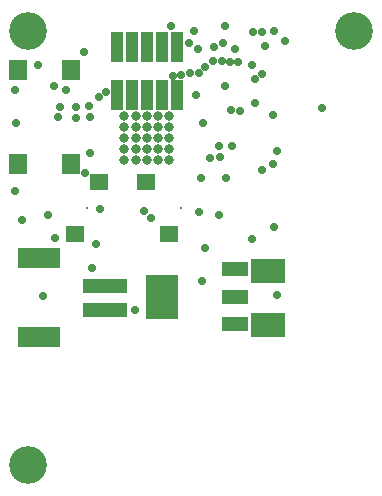
<source format=gbs>
%FSTAX23Y23*%
%MOIN*%
%SFA1B1*%

%IPPOS*%
%ADD66C,0.011940*%
%ADD67C,0.028000*%
%ADD68C,0.031620*%
%ADD69C,0.126110*%
%ADD83R,0.106420X0.145800*%
%ADD84R,0.086740X0.047370*%
%ADD85R,0.059180X0.069020*%
%ADD86R,0.039500X0.102490*%
%ADD87R,0.114300X0.082800*%
%ADD88R,0.063120X0.055240*%
%ADD89R,0.145800X0.051310*%
%ADD90R,0.141860X0.067060*%
%LNheadset-pcb-1*%
%LPD*%
G54D66*
X0027Y00935D03*
X00584D03*
G54D67*
X0016Y0134D03*
X00235Y01271D03*
X00645Y01385D03*
X00558Y01376D03*
X00665Y01405D03*
X00695Y0147D03*
X00584Y01379D03*
X0075Y0126D03*
X00829Y01365D03*
X00765Y01465D03*
X0089Y01245D03*
X0082Y0141D03*
X00746Y0142D03*
X00855Y0138D03*
X00865Y01474D03*
X00775Y0142D03*
X00855Y0106D03*
X00615Y01385D03*
X00779Y01258D03*
X0072Y01425D03*
X0069D03*
X00725Y01485D03*
X0073Y0154D03*
X00259Y01455D03*
X00729Y0134D03*
X00855Y0152D03*
X00825D03*
X00895Y01525D03*
X00656Y01219D03*
X00107Y01412D03*
X00201Y01329D03*
X0018Y01272D03*
X0028Y01237D03*
X00265Y0105D03*
X0071Y0114D03*
X00753D03*
X00235Y01235D03*
X00172Y01237D03*
X00315Y0093D03*
X0046Y00923D03*
X0064Y01465D03*
X0061Y01485D03*
X00628Y01525D03*
X00895Y0087D03*
X0014Y0091D03*
X00163Y00835D03*
X003Y00815D03*
X0043Y00595D03*
X00125Y0064D03*
X00055Y00895D03*
X0003Y00991D03*
X00905Y00645D03*
X00819Y0083D03*
X0003Y01327D03*
X00711Y0091D03*
X00645Y0092D03*
X00485Y009D03*
X00663Y008D03*
X0055Y0154D03*
X00035Y01217D03*
X00287Y00735D03*
X01055Y01268D03*
X00655Y0069D03*
X0065Y01035D03*
X00335Y0132D03*
X00281Y01117D03*
X0093Y0149D03*
X0083Y01285D03*
X00905Y01125D03*
X00735Y01035D03*
X00714Y01105D03*
X0089Y0108D03*
X00635Y01312D03*
X0031Y01306D03*
X00277Y01275D03*
X0068Y011D03*
G54D68*
X00395Y01095D03*
X00433D03*
X0047D03*
X00508D03*
X00545D03*
X00395Y01131D03*
Y01167D03*
Y01203D03*
X00433Y0124D03*
Y01203D03*
Y01167D03*
Y01131D03*
X0047Y0124D03*
Y01203D03*
Y01167D03*
Y01131D03*
X00508Y0124D03*
Y01203D03*
Y01167D03*
Y01131D03*
X00545Y0124D03*
Y01203D03*
Y01167D03*
Y01131D03*
X00395Y0124D03*
G54D69*
X0116Y01525D03*
X00075D03*
Y00077D03*
G54D83*
X0052Y00639D03*
G54D84*
X00765Y00548D03*
Y00639D03*
Y0073D03*
G54D85*
X0004Y01393D03*
X00217D03*
Y0108D03*
X0004D03*
G54D86*
X00569Y01312D03*
Y01472D03*
X00519Y0131D03*
Y01472D03*
X00469Y01312D03*
Y01472D03*
X00419Y01312D03*
Y01472D03*
X00369Y01312D03*
Y01472D03*
G54D87*
X00874Y00725D03*
Y00543D03*
G54D88*
X0023Y00848D03*
X00309Y01021D03*
X00466D03*
X00545Y00848D03*
G54D89*
X0033Y00675D03*
Y00596D03*
G54D90*
X00111Y00767D03*
Y00503D03*
M02*
</source>
